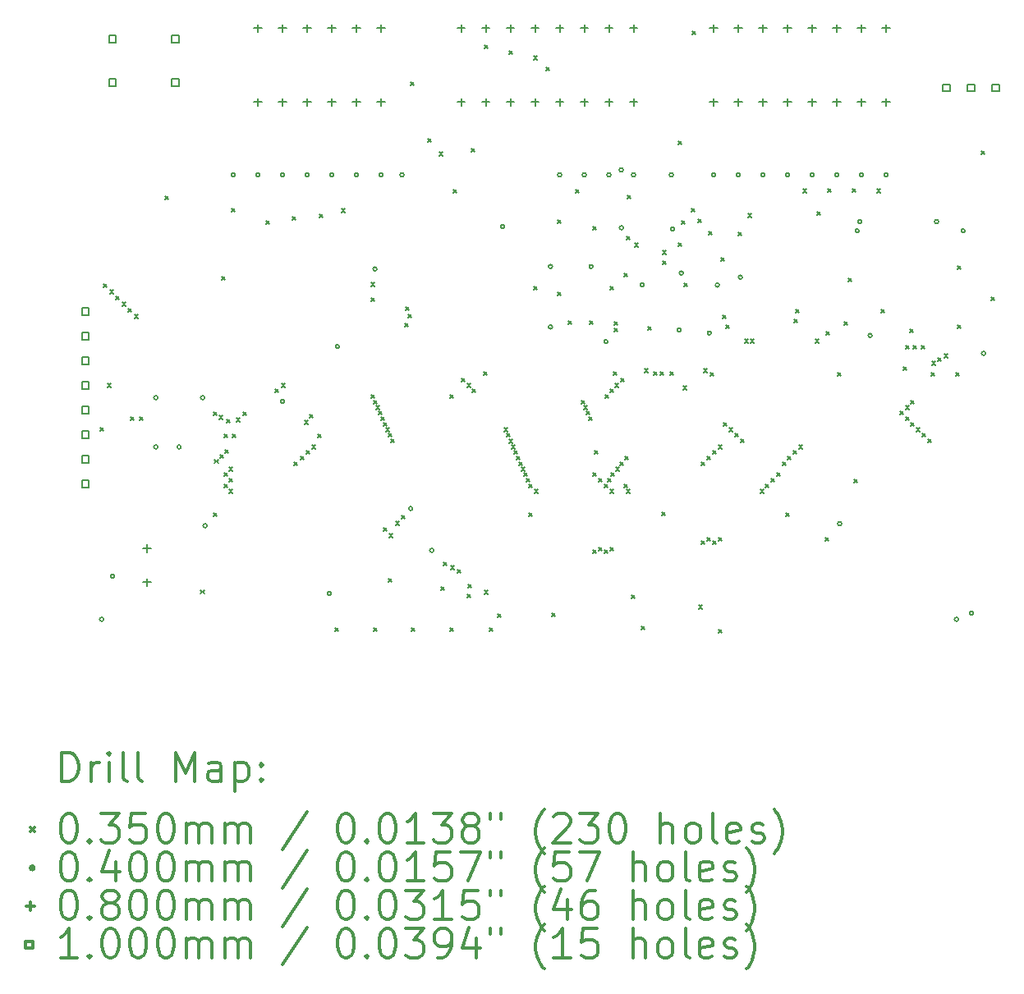
<source format=gbr>
%FSLAX45Y45*%
G04 Gerber Fmt 4.5, Leading zero omitted, Abs format (unit mm)*
G04 Created by KiCad (PCBNEW (5.1.10)-1) date 2022-08-09 12:22:43*
%MOMM*%
%LPD*%
G01*
G04 APERTURE LIST*
%ADD10C,0.200000*%
%ADD11C,0.300000*%
G04 APERTURE END LIST*
D10*
X9615450Y-8942350D02*
X9650450Y-8977350D01*
X9650450Y-8942350D02*
X9615450Y-8977350D01*
X9647200Y-7462800D02*
X9682200Y-7497800D01*
X9682200Y-7462800D02*
X9647200Y-7497800D01*
X9691650Y-8491500D02*
X9726650Y-8526500D01*
X9726650Y-8491500D02*
X9691650Y-8526500D01*
X9710700Y-7526300D02*
X9745700Y-7561300D01*
X9745700Y-7526300D02*
X9710700Y-7561300D01*
X9774200Y-7589800D02*
X9809200Y-7624800D01*
X9809200Y-7589800D02*
X9774200Y-7624800D01*
X9837700Y-7653300D02*
X9872700Y-7688300D01*
X9872700Y-7653300D02*
X9837700Y-7688300D01*
X9901200Y-7716800D02*
X9936200Y-7751800D01*
X9936200Y-7716800D02*
X9901200Y-7751800D01*
X9926600Y-8834400D02*
X9961600Y-8869400D01*
X9961600Y-8834400D02*
X9926600Y-8869400D01*
X9964700Y-7780300D02*
X9999700Y-7815300D01*
X9999700Y-7780300D02*
X9964700Y-7815300D01*
X10015500Y-8834400D02*
X10050500Y-8869400D01*
X10050500Y-8834400D02*
X10015500Y-8869400D01*
X10282200Y-6554750D02*
X10317200Y-6589750D01*
X10317200Y-6554750D02*
X10282200Y-6589750D01*
X10650000Y-10619250D02*
X10685000Y-10654250D01*
X10685000Y-10619250D02*
X10650000Y-10654250D01*
X10777500Y-8783600D02*
X10812500Y-8818600D01*
X10812500Y-8783600D02*
X10777500Y-8818600D01*
X10777500Y-9825000D02*
X10812500Y-9860000D01*
X10812500Y-9825000D02*
X10777500Y-9860000D01*
X10793375Y-9275725D02*
X10828375Y-9310725D01*
X10828375Y-9275725D02*
X10793375Y-9310725D01*
X10841000Y-8821700D02*
X10876000Y-8856700D01*
X10876000Y-8821700D02*
X10841000Y-8856700D01*
X10847350Y-9221750D02*
X10882350Y-9256750D01*
X10882350Y-9221750D02*
X10847350Y-9256750D01*
X10866400Y-7386600D02*
X10901400Y-7421600D01*
X10901400Y-7386600D02*
X10866400Y-7421600D01*
X10891800Y-9012200D02*
X10926800Y-9047200D01*
X10926800Y-9012200D02*
X10891800Y-9047200D01*
X10891800Y-9412250D02*
X10926800Y-9447250D01*
X10926800Y-9412250D02*
X10891800Y-9447250D01*
X10891800Y-9526550D02*
X10926800Y-9561550D01*
X10926800Y-9526550D02*
X10891800Y-9561550D01*
X10898150Y-9170950D02*
X10933150Y-9205950D01*
X10933150Y-9170950D02*
X10898150Y-9205950D01*
X10917200Y-8859800D02*
X10952200Y-8894800D01*
X10952200Y-8859800D02*
X10917200Y-8894800D01*
X10942600Y-9355100D02*
X10977600Y-9390100D01*
X10977600Y-9355100D02*
X10942600Y-9390100D01*
X10942600Y-9469400D02*
X10977600Y-9504400D01*
X10977600Y-9469400D02*
X10942600Y-9504400D01*
X10942600Y-9583700D02*
X10977600Y-9618700D01*
X10977600Y-9583700D02*
X10942600Y-9618700D01*
X10968000Y-6681750D02*
X11003000Y-6716750D01*
X11003000Y-6681750D02*
X10968000Y-6716750D01*
X10974350Y-9012200D02*
X11009350Y-9047200D01*
X11009350Y-9012200D02*
X10974350Y-9047200D01*
X11018800Y-8847100D02*
X11053800Y-8882100D01*
X11053800Y-8847100D02*
X11018800Y-8882100D01*
X11082300Y-8783600D02*
X11117300Y-8818600D01*
X11117300Y-8783600D02*
X11082300Y-8818600D01*
X11323600Y-6808750D02*
X11358600Y-6843750D01*
X11358600Y-6808750D02*
X11323600Y-6843750D01*
X11418850Y-8548650D02*
X11453850Y-8583650D01*
X11453850Y-8548650D02*
X11418850Y-8583650D01*
X11482350Y-8491500D02*
X11517350Y-8526500D01*
X11517350Y-8491500D02*
X11482350Y-8526500D01*
X11590300Y-6770650D02*
X11625300Y-6805650D01*
X11625300Y-6770650D02*
X11590300Y-6805650D01*
X11609350Y-9297950D02*
X11644350Y-9332950D01*
X11644350Y-9297950D02*
X11609350Y-9332950D01*
X11679200Y-9240800D02*
X11714200Y-9275800D01*
X11714200Y-9240800D02*
X11679200Y-9275800D01*
X11717300Y-8872500D02*
X11752300Y-8907500D01*
X11752300Y-8872500D02*
X11717300Y-8907500D01*
X11736350Y-9183650D02*
X11771350Y-9218650D01*
X11771350Y-9183650D02*
X11736350Y-9218650D01*
X11768100Y-8809000D02*
X11803100Y-8844000D01*
X11803100Y-8809000D02*
X11768100Y-8844000D01*
X11793500Y-9126500D02*
X11828500Y-9161500D01*
X11828500Y-9126500D02*
X11793500Y-9161500D01*
X11857000Y-9012200D02*
X11892000Y-9047200D01*
X11892000Y-9012200D02*
X11857000Y-9047200D01*
X11869700Y-6745250D02*
X11904700Y-6780250D01*
X11904700Y-6745250D02*
X11869700Y-6780250D01*
X12034800Y-11012450D02*
X12069800Y-11047450D01*
X12069800Y-11012450D02*
X12034800Y-11047450D01*
X12104650Y-6688100D02*
X12139650Y-6723100D01*
X12139650Y-6688100D02*
X12104650Y-6723100D01*
X12403100Y-7450100D02*
X12438100Y-7485100D01*
X12438100Y-7450100D02*
X12403100Y-7485100D01*
X12403100Y-8605800D02*
X12438100Y-8640800D01*
X12438100Y-8605800D02*
X12403100Y-8640800D01*
X12409450Y-7608850D02*
X12444450Y-7643850D01*
X12444450Y-7608850D02*
X12409450Y-7643850D01*
X12434850Y-8662950D02*
X12469850Y-8697950D01*
X12469850Y-8662950D02*
X12434850Y-8697950D01*
X12434850Y-11012450D02*
X12469850Y-11047450D01*
X12469850Y-11012450D02*
X12434850Y-11047450D01*
X12460250Y-8720100D02*
X12495250Y-8755100D01*
X12495250Y-8720100D02*
X12460250Y-8755100D01*
X12485650Y-8777250D02*
X12520650Y-8812250D01*
X12520650Y-8777250D02*
X12485650Y-8812250D01*
X12511050Y-8834400D02*
X12546050Y-8869400D01*
X12546050Y-8834400D02*
X12511050Y-8869400D01*
X12530100Y-9977400D02*
X12565100Y-10012400D01*
X12565100Y-9977400D02*
X12530100Y-10012400D01*
X12536450Y-8891550D02*
X12571450Y-8926550D01*
X12571450Y-8891550D02*
X12536450Y-8926550D01*
X12561850Y-8948700D02*
X12596850Y-8983700D01*
X12596850Y-8948700D02*
X12561850Y-8983700D01*
X12580900Y-10504450D02*
X12615900Y-10539450D01*
X12615900Y-10504450D02*
X12580900Y-10539450D01*
X12587250Y-9005850D02*
X12622250Y-9040850D01*
X12622250Y-9005850D02*
X12587250Y-9040850D01*
X12593600Y-10040900D02*
X12628600Y-10075900D01*
X12628600Y-10040900D02*
X12593600Y-10075900D01*
X12608205Y-9066175D02*
X12643205Y-9101175D01*
X12643205Y-9066175D02*
X12608205Y-9101175D01*
X12657100Y-9913900D02*
X12692100Y-9948900D01*
X12692100Y-9913900D02*
X12657100Y-9948900D01*
X12720600Y-9850400D02*
X12755600Y-9885400D01*
X12755600Y-9850400D02*
X12720600Y-9885400D01*
X12750500Y-7867350D02*
X12785500Y-7902350D01*
X12785500Y-7867350D02*
X12750500Y-7902350D01*
X12765050Y-7697750D02*
X12800050Y-7732750D01*
X12800050Y-7697750D02*
X12765050Y-7732750D01*
X12784100Y-7773950D02*
X12819100Y-7808950D01*
X12819100Y-7773950D02*
X12784100Y-7808950D01*
X12809500Y-5380000D02*
X12844500Y-5415000D01*
X12844500Y-5380000D02*
X12809500Y-5415000D01*
X12822200Y-11012450D02*
X12857200Y-11047450D01*
X12857200Y-11012450D02*
X12822200Y-11047450D01*
X12993650Y-5964200D02*
X13028650Y-5999200D01*
X13028650Y-5964200D02*
X12993650Y-5999200D01*
X13107950Y-6103900D02*
X13142950Y-6138900D01*
X13142950Y-6103900D02*
X13107950Y-6138900D01*
X13127000Y-10587000D02*
X13162000Y-10622000D01*
X13162000Y-10587000D02*
X13127000Y-10622000D01*
X13152400Y-10333000D02*
X13187400Y-10368000D01*
X13187400Y-10333000D02*
X13152400Y-10368000D01*
X13222250Y-8605800D02*
X13257250Y-8640800D01*
X13257250Y-8605800D02*
X13222250Y-8640800D01*
X13222250Y-11012450D02*
X13257250Y-11047450D01*
X13257250Y-11012450D02*
X13222250Y-11047450D01*
X13228600Y-10371100D02*
X13263600Y-10406100D01*
X13263600Y-10371100D02*
X13228600Y-10406100D01*
X13254000Y-6491250D02*
X13289000Y-6526250D01*
X13289000Y-6491250D02*
X13254000Y-6526250D01*
X13292100Y-10409200D02*
X13327100Y-10444200D01*
X13327100Y-10409200D02*
X13292100Y-10444200D01*
X13336550Y-8434350D02*
X13371550Y-8469350D01*
X13371550Y-8434350D02*
X13336550Y-8469350D01*
X13393700Y-8491500D02*
X13428700Y-8526500D01*
X13428700Y-8491500D02*
X13393700Y-8526500D01*
X13393700Y-10663200D02*
X13428700Y-10698200D01*
X13428700Y-10663200D02*
X13393700Y-10698200D01*
X13406400Y-10561600D02*
X13441400Y-10596600D01*
X13441400Y-10561600D02*
X13406400Y-10596600D01*
X13438150Y-6065800D02*
X13473150Y-6100800D01*
X13473150Y-6065800D02*
X13438150Y-6100800D01*
X13450850Y-8548650D02*
X13485850Y-8583650D01*
X13485850Y-8548650D02*
X13450850Y-8583650D01*
X13565150Y-8370850D02*
X13600150Y-8405850D01*
X13600150Y-8370850D02*
X13565150Y-8405850D01*
X13571500Y-4999000D02*
X13606500Y-5034000D01*
X13606500Y-4999000D02*
X13571500Y-5034000D01*
X13571500Y-10625100D02*
X13606500Y-10660100D01*
X13606500Y-10625100D02*
X13571500Y-10660100D01*
X13622300Y-11012450D02*
X13657300Y-11047450D01*
X13657300Y-11012450D02*
X13622300Y-11047450D01*
X13711200Y-10866400D02*
X13746200Y-10901400D01*
X13746200Y-10866400D02*
X13711200Y-10901400D01*
X13781051Y-8948700D02*
X13816051Y-8983700D01*
X13816051Y-8948700D02*
X13781051Y-8983700D01*
X13806450Y-9005850D02*
X13841450Y-9040850D01*
X13841450Y-9005850D02*
X13806450Y-9040850D01*
X13825500Y-5056150D02*
X13860500Y-5091150D01*
X13860500Y-5056150D02*
X13825500Y-5091150D01*
X13827405Y-9067445D02*
X13862405Y-9102445D01*
X13862405Y-9067445D02*
X13827405Y-9102445D01*
X13850900Y-9126500D02*
X13885900Y-9161500D01*
X13885900Y-9126500D02*
X13850900Y-9161500D01*
X13876300Y-9183650D02*
X13911300Y-9218650D01*
X13911300Y-9183650D02*
X13876300Y-9218650D01*
X13901700Y-9240800D02*
X13936700Y-9275800D01*
X13936700Y-9240800D02*
X13901700Y-9275800D01*
X13927100Y-9297950D02*
X13962100Y-9332950D01*
X13962100Y-9297950D02*
X13927100Y-9332950D01*
X13952500Y-9355100D02*
X13987500Y-9390100D01*
X13987500Y-9355100D02*
X13952500Y-9390100D01*
X13977900Y-9412250D02*
X14012900Y-9447250D01*
X14012900Y-9412250D02*
X13977900Y-9447250D01*
X14003300Y-9469400D02*
X14038300Y-9504400D01*
X14038300Y-9469400D02*
X14003300Y-9504400D01*
X14028700Y-9526550D02*
X14063700Y-9561550D01*
X14063700Y-9526550D02*
X14028700Y-9561550D01*
X14028700Y-9825000D02*
X14063700Y-9860000D01*
X14063700Y-9825000D02*
X14028700Y-9860000D01*
X14079500Y-5113300D02*
X14114500Y-5148300D01*
X14114500Y-5113300D02*
X14079500Y-5148300D01*
X14079500Y-7488200D02*
X14114500Y-7523200D01*
X14114500Y-7488200D02*
X14079500Y-7523200D01*
X14092200Y-9583700D02*
X14127200Y-9618700D01*
X14127200Y-9583700D02*
X14092200Y-9618700D01*
X14206500Y-5227600D02*
X14241500Y-5262600D01*
X14241500Y-5227600D02*
X14206500Y-5262600D01*
X14270000Y-10860050D02*
X14305000Y-10895050D01*
X14305000Y-10860050D02*
X14270000Y-10895050D01*
X14327150Y-6802400D02*
X14362150Y-6837400D01*
X14362150Y-6802400D02*
X14327150Y-6837400D01*
X14327150Y-7545350D02*
X14362150Y-7580350D01*
X14362150Y-7545350D02*
X14327150Y-7580350D01*
X14441450Y-7843800D02*
X14476450Y-7878800D01*
X14476450Y-7843800D02*
X14441450Y-7878800D01*
X14517650Y-6491250D02*
X14552650Y-6526250D01*
X14552650Y-6491250D02*
X14517650Y-6526250D01*
X14574800Y-8662950D02*
X14609800Y-8697950D01*
X14609800Y-8662950D02*
X14574800Y-8697950D01*
X14600200Y-8720100D02*
X14635200Y-8755100D01*
X14635200Y-8720100D02*
X14600200Y-8755100D01*
X14625600Y-8777250D02*
X14660600Y-8812250D01*
X14660600Y-8777250D02*
X14625600Y-8812250D01*
X14651000Y-8834400D02*
X14686000Y-8869400D01*
X14686000Y-8834400D02*
X14651000Y-8869400D01*
X14657350Y-7843800D02*
X14692350Y-7878800D01*
X14692350Y-7843800D02*
X14657350Y-7878800D01*
X14695450Y-6872250D02*
X14730450Y-6907250D01*
X14730450Y-6872250D02*
X14695450Y-6907250D01*
X14695450Y-9412250D02*
X14730450Y-9447250D01*
X14730450Y-9412250D02*
X14695450Y-9447250D01*
X14695450Y-10206000D02*
X14730450Y-10241000D01*
X14730450Y-10206000D02*
X14695450Y-10241000D01*
X14708150Y-9183650D02*
X14743150Y-9218650D01*
X14743150Y-9183650D02*
X14708150Y-9218650D01*
X14752600Y-9469400D02*
X14787600Y-9504400D01*
X14787600Y-9469400D02*
X14752600Y-9504400D01*
X14752600Y-10180600D02*
X14787600Y-10215600D01*
X14787600Y-10180600D02*
X14752600Y-10215600D01*
X14809750Y-9526550D02*
X14844750Y-9561550D01*
X14844750Y-9526550D02*
X14809750Y-9561550D01*
X14809750Y-10206000D02*
X14844750Y-10241000D01*
X14844750Y-10206000D02*
X14809750Y-10241000D01*
X14816100Y-8605800D02*
X14851100Y-8640800D01*
X14851100Y-8605800D02*
X14816100Y-8640800D01*
X14841500Y-9469400D02*
X14876500Y-9504400D01*
X14876500Y-9469400D02*
X14841500Y-9504400D01*
X14866900Y-8548650D02*
X14901900Y-8583650D01*
X14901900Y-8548650D02*
X14866900Y-8583650D01*
X14866900Y-9583700D02*
X14901900Y-9618700D01*
X14901900Y-9583700D02*
X14866900Y-9618700D01*
X14866900Y-10180600D02*
X14901900Y-10215600D01*
X14901900Y-10180600D02*
X14866900Y-10215600D01*
X14873250Y-7488200D02*
X14908250Y-7523200D01*
X14908250Y-7488200D02*
X14873250Y-7523200D01*
X14879600Y-9412250D02*
X14914600Y-9447250D01*
X14914600Y-9412250D02*
X14879600Y-9447250D01*
X14905000Y-8370850D02*
X14940000Y-8405850D01*
X14940000Y-8370850D02*
X14905000Y-8405850D01*
X14914700Y-7916650D02*
X14949700Y-7951650D01*
X14949700Y-7916650D02*
X14914700Y-7951650D01*
X14916200Y-7851650D02*
X14951200Y-7886650D01*
X14951200Y-7851650D02*
X14916200Y-7886650D01*
X14924050Y-8491500D02*
X14959050Y-8526500D01*
X14959050Y-8491500D02*
X14924050Y-8526500D01*
X14930400Y-9355100D02*
X14965400Y-9390100D01*
X14965400Y-9355100D02*
X14930400Y-9390100D01*
X14974850Y-9297950D02*
X15009850Y-9332950D01*
X15009850Y-9297950D02*
X14974850Y-9332950D01*
X14981200Y-8434350D02*
X15016200Y-8469350D01*
X15016200Y-8434350D02*
X14981200Y-8469350D01*
X15012950Y-7354850D02*
X15047950Y-7389850D01*
X15047950Y-7354850D02*
X15012950Y-7389850D01*
X15012950Y-9526550D02*
X15047950Y-9561550D01*
X15047950Y-9526550D02*
X15012950Y-9561550D01*
X15019300Y-9240800D02*
X15054300Y-9275800D01*
X15054300Y-9240800D02*
X15019300Y-9275800D01*
X15038350Y-9583700D02*
X15073350Y-9618700D01*
X15073350Y-9583700D02*
X15038350Y-9618700D01*
X15041525Y-6970675D02*
X15076525Y-7005675D01*
X15076525Y-6970675D02*
X15041525Y-7005675D01*
X15044700Y-6548400D02*
X15079700Y-6583400D01*
X15079700Y-6548400D02*
X15044700Y-6583400D01*
X15089150Y-10669550D02*
X15124150Y-10704550D01*
X15124150Y-10669550D02*
X15089150Y-10704550D01*
X15127250Y-7043700D02*
X15162250Y-7078700D01*
X15162250Y-7043700D02*
X15127250Y-7078700D01*
X15190750Y-10993400D02*
X15225750Y-11028400D01*
X15225750Y-10993400D02*
X15190750Y-11028400D01*
X15222500Y-8339100D02*
X15257500Y-8374100D01*
X15257500Y-8339100D02*
X15222500Y-8374100D01*
X15260600Y-7900950D02*
X15295600Y-7935950D01*
X15295600Y-7900950D02*
X15260600Y-7935950D01*
X15318950Y-8372050D02*
X15353950Y-8407050D01*
X15353950Y-8372050D02*
X15318950Y-8407050D01*
X15387600Y-8370850D02*
X15422600Y-8405850D01*
X15422600Y-8370850D02*
X15387600Y-8405850D01*
X15400300Y-9818650D02*
X15435300Y-9853650D01*
X15435300Y-9818650D02*
X15400300Y-9853650D01*
X15413000Y-7119900D02*
X15448000Y-7154900D01*
X15448000Y-7119900D02*
X15413000Y-7154900D01*
X15413000Y-7227850D02*
X15448000Y-7262850D01*
X15448000Y-7227850D02*
X15413000Y-7262850D01*
X15489200Y-8370850D02*
X15524200Y-8405850D01*
X15524200Y-8370850D02*
X15489200Y-8405850D01*
X15571750Y-5989600D02*
X15606750Y-6024600D01*
X15606750Y-5989600D02*
X15571750Y-6024600D01*
X15571750Y-7037350D02*
X15606750Y-7072350D01*
X15606750Y-7037350D02*
X15571750Y-7072350D01*
X15603500Y-6808750D02*
X15638500Y-6843750D01*
X15638500Y-6808750D02*
X15603500Y-6843750D01*
X15622550Y-8516900D02*
X15657550Y-8551900D01*
X15657550Y-8516900D02*
X15622550Y-8551900D01*
X15628900Y-7456450D02*
X15663900Y-7491450D01*
X15663900Y-7456450D02*
X15628900Y-7491450D01*
X15705100Y-6681750D02*
X15740100Y-6716750D01*
X15740100Y-6681750D02*
X15705100Y-6716750D01*
X15717800Y-4852950D02*
X15752800Y-4887950D01*
X15752800Y-4852950D02*
X15717800Y-4887950D01*
X15774950Y-6796050D02*
X15809950Y-6831050D01*
X15809950Y-6796050D02*
X15774950Y-6831050D01*
X15781300Y-10777500D02*
X15816300Y-10812500D01*
X15816300Y-10777500D02*
X15781300Y-10812500D01*
X15813050Y-9297950D02*
X15848050Y-9332950D01*
X15848050Y-9297950D02*
X15813050Y-9332950D01*
X15813050Y-10110750D02*
X15848050Y-10145750D01*
X15848050Y-10110750D02*
X15813050Y-10145750D01*
X15838450Y-8339100D02*
X15873450Y-8374100D01*
X15873450Y-8339100D02*
X15838450Y-8374100D01*
X15870200Y-9240800D02*
X15905200Y-9275800D01*
X15905200Y-9240800D02*
X15870200Y-9275800D01*
X15870200Y-10079000D02*
X15905200Y-10114000D01*
X15905200Y-10079000D02*
X15870200Y-10114000D01*
X15882900Y-6923050D02*
X15917900Y-6958050D01*
X15917900Y-6923050D02*
X15882900Y-6958050D01*
X15901950Y-8377200D02*
X15936950Y-8412200D01*
X15936950Y-8377200D02*
X15901950Y-8412200D01*
X15927350Y-9183650D02*
X15962350Y-9218650D01*
X15962350Y-9183650D02*
X15927350Y-9218650D01*
X15927350Y-10110750D02*
X15962350Y-10145750D01*
X15962350Y-10110750D02*
X15927350Y-10145750D01*
X15984500Y-9126500D02*
X16019500Y-9161500D01*
X16019500Y-9126500D02*
X15984500Y-9161500D01*
X15984500Y-10079000D02*
X16019500Y-10114000D01*
X16019500Y-10079000D02*
X15984500Y-10114000D01*
X15984500Y-11025150D02*
X16019500Y-11060150D01*
X16019500Y-11025150D02*
X15984500Y-11060150D01*
X16014980Y-7189750D02*
X16049980Y-7224750D01*
X16049980Y-7189750D02*
X16014980Y-7224750D01*
X16028950Y-7786650D02*
X16063950Y-7821650D01*
X16063950Y-7786650D02*
X16028950Y-7821650D01*
X16041650Y-8891550D02*
X16076650Y-8926550D01*
X16076650Y-8891550D02*
X16041650Y-8926550D01*
X16064800Y-7884150D02*
X16099800Y-7919150D01*
X16099800Y-7884150D02*
X16064800Y-7919150D01*
X16098800Y-8948700D02*
X16133800Y-8983700D01*
X16133800Y-8948700D02*
X16098800Y-8983700D01*
X16155950Y-9005850D02*
X16190950Y-9040850D01*
X16190950Y-9005850D02*
X16155950Y-9040850D01*
X16187700Y-6929400D02*
X16222700Y-6964400D01*
X16222700Y-6929400D02*
X16187700Y-6964400D01*
X16213100Y-9066175D02*
X16248100Y-9101175D01*
X16248100Y-9066175D02*
X16213100Y-9101175D01*
X16257550Y-8034300D02*
X16292550Y-8069300D01*
X16292550Y-8034300D02*
X16257550Y-8069300D01*
X16295650Y-6738900D02*
X16330650Y-6773900D01*
X16330650Y-6738900D02*
X16295650Y-6773900D01*
X16321050Y-8034300D02*
X16356050Y-8069300D01*
X16356050Y-8034300D02*
X16321050Y-8069300D01*
X16416300Y-9583700D02*
X16451300Y-9618700D01*
X16451300Y-9583700D02*
X16416300Y-9618700D01*
X16473450Y-9526550D02*
X16508450Y-9561550D01*
X16508450Y-9526550D02*
X16473450Y-9561550D01*
X16530600Y-9469400D02*
X16565600Y-9504400D01*
X16565600Y-9469400D02*
X16530600Y-9504400D01*
X16587750Y-9412250D02*
X16622750Y-9447250D01*
X16622750Y-9412250D02*
X16587750Y-9447250D01*
X16644900Y-9297950D02*
X16679900Y-9332950D01*
X16679900Y-9297950D02*
X16644900Y-9332950D01*
X16683000Y-9825000D02*
X16718000Y-9860000D01*
X16718000Y-9825000D02*
X16683000Y-9860000D01*
X16702050Y-9240800D02*
X16737050Y-9275800D01*
X16737050Y-9240800D02*
X16702050Y-9275800D01*
X16759200Y-9183650D02*
X16794200Y-9218650D01*
X16794200Y-9183650D02*
X16759200Y-9218650D01*
X16765550Y-7824750D02*
X16800550Y-7859750D01*
X16800550Y-7824750D02*
X16765550Y-7859750D01*
X16784600Y-7723150D02*
X16819600Y-7758150D01*
X16819600Y-7723150D02*
X16784600Y-7758150D01*
X16816350Y-9126500D02*
X16851350Y-9161500D01*
X16851350Y-9126500D02*
X16816350Y-9161500D01*
X16860350Y-6485350D02*
X16895350Y-6520350D01*
X16895350Y-6485350D02*
X16860350Y-6520350D01*
X16987800Y-8034300D02*
X17022800Y-8069300D01*
X17022800Y-8034300D02*
X16987800Y-8069300D01*
X17000500Y-6719850D02*
X17035500Y-6754850D01*
X17035500Y-6719850D02*
X17000500Y-6754850D01*
X17086500Y-10081900D02*
X17121500Y-10116900D01*
X17121500Y-10081900D02*
X17086500Y-10116900D01*
X17095750Y-7951750D02*
X17130750Y-7986750D01*
X17130750Y-7951750D02*
X17095750Y-7986750D01*
X17111175Y-6482175D02*
X17146175Y-6517175D01*
X17146175Y-6482175D02*
X17111175Y-6517175D01*
X17216400Y-8377200D02*
X17251400Y-8412200D01*
X17251400Y-8377200D02*
X17216400Y-8412200D01*
X17286250Y-7850150D02*
X17321250Y-7885150D01*
X17321250Y-7850150D02*
X17286250Y-7885150D01*
X17324350Y-7405650D02*
X17359350Y-7440650D01*
X17359350Y-7405650D02*
X17324350Y-7440650D01*
X17365175Y-6482175D02*
X17400175Y-6517175D01*
X17400175Y-6482175D02*
X17365175Y-6517175D01*
X17387850Y-9475750D02*
X17422850Y-9510750D01*
X17422850Y-9475750D02*
X17387850Y-9510750D01*
X17622350Y-6485350D02*
X17657350Y-6520350D01*
X17657350Y-6485350D02*
X17622350Y-6520350D01*
X17660900Y-7723150D02*
X17695900Y-7758150D01*
X17695900Y-7723150D02*
X17660900Y-7758150D01*
X17857750Y-8777250D02*
X17892750Y-8812250D01*
X17892750Y-8777250D02*
X17857750Y-8812250D01*
X17895850Y-8320050D02*
X17930850Y-8355050D01*
X17930850Y-8320050D02*
X17895850Y-8355050D01*
X17914900Y-8097800D02*
X17949900Y-8132800D01*
X17949900Y-8097800D02*
X17914900Y-8132800D01*
X17914900Y-8720100D02*
X17949900Y-8755100D01*
X17949900Y-8720100D02*
X17914900Y-8755100D01*
X17914900Y-8834400D02*
X17949900Y-8869400D01*
X17949900Y-8834400D02*
X17914900Y-8869400D01*
X17959350Y-7926350D02*
X17994350Y-7961350D01*
X17994350Y-7926350D02*
X17959350Y-7961350D01*
X17972050Y-8662950D02*
X18007050Y-8697950D01*
X18007050Y-8662950D02*
X17972050Y-8697950D01*
X17972050Y-8891550D02*
X18007050Y-8926550D01*
X18007050Y-8891550D02*
X17972050Y-8926550D01*
X17996300Y-8097800D02*
X18031300Y-8132800D01*
X18031300Y-8097800D02*
X17996300Y-8132800D01*
X18029200Y-8948700D02*
X18064200Y-8983700D01*
X18064200Y-8948700D02*
X18029200Y-8983700D01*
X18077700Y-8097800D02*
X18112700Y-8132800D01*
X18112700Y-8097800D02*
X18077700Y-8132800D01*
X18086350Y-9005850D02*
X18121350Y-9040850D01*
X18121350Y-9005850D02*
X18086350Y-9040850D01*
X18143500Y-9066175D02*
X18178500Y-9101175D01*
X18178500Y-9066175D02*
X18143500Y-9101175D01*
X18181600Y-8377200D02*
X18216600Y-8412200D01*
X18216600Y-8377200D02*
X18181600Y-8412200D01*
X18187950Y-8262900D02*
X18222950Y-8297900D01*
X18222950Y-8262900D02*
X18187950Y-8297900D01*
X18251450Y-8224800D02*
X18286450Y-8259800D01*
X18286450Y-8224800D02*
X18251450Y-8259800D01*
X18314950Y-8186700D02*
X18349950Y-8221700D01*
X18349950Y-8186700D02*
X18314950Y-8221700D01*
X18435600Y-8377200D02*
X18470600Y-8412200D01*
X18470600Y-8377200D02*
X18435600Y-8412200D01*
X18448300Y-7278650D02*
X18483300Y-7313650D01*
X18483300Y-7278650D02*
X18448300Y-7313650D01*
X18448300Y-7888250D02*
X18483300Y-7923250D01*
X18483300Y-7888250D02*
X18448300Y-7923250D01*
X18695950Y-6091200D02*
X18730950Y-6126200D01*
X18730950Y-6091200D02*
X18695950Y-6126200D01*
X18797550Y-7596150D02*
X18832550Y-7631150D01*
X18832550Y-7596150D02*
X18797550Y-7631150D01*
X9646600Y-10922000D02*
G75*
G03*
X9646600Y-10922000I-20000J0D01*
G01*
X9760900Y-10477500D02*
G75*
G03*
X9760900Y-10477500I-20000J0D01*
G01*
X10205400Y-8636000D02*
G75*
G03*
X10205400Y-8636000I-20000J0D01*
G01*
X10205400Y-9144000D02*
G75*
G03*
X10205400Y-9144000I-20000J0D01*
G01*
X10446700Y-9144000D02*
G75*
G03*
X10446700Y-9144000I-20000J0D01*
G01*
X10688000Y-8636000D02*
G75*
G03*
X10688000Y-8636000I-20000J0D01*
G01*
X10713400Y-9956800D02*
G75*
G03*
X10713400Y-9956800I-20000J0D01*
G01*
X11005500Y-6337300D02*
G75*
G03*
X11005500Y-6337300I-20000J0D01*
G01*
X11259500Y-6337300D02*
G75*
G03*
X11259500Y-6337300I-20000J0D01*
G01*
X11513500Y-6337300D02*
G75*
G03*
X11513500Y-6337300I-20000J0D01*
G01*
X11513500Y-8674100D02*
G75*
G03*
X11513500Y-8674100I-20000J0D01*
G01*
X11767500Y-6337300D02*
G75*
G03*
X11767500Y-6337300I-20000J0D01*
G01*
X11996100Y-10655300D02*
G75*
G03*
X11996100Y-10655300I-20000J0D01*
G01*
X12021500Y-6337300D02*
G75*
G03*
X12021500Y-6337300I-20000J0D01*
G01*
X12078650Y-8108950D02*
G75*
G03*
X12078650Y-8108950I-20000J0D01*
G01*
X12275500Y-6337300D02*
G75*
G03*
X12275500Y-6337300I-20000J0D01*
G01*
X12466000Y-7309000D02*
G75*
G03*
X12466000Y-7309000I-20000J0D01*
G01*
X12529500Y-6337300D02*
G75*
G03*
X12529500Y-6337300I-20000J0D01*
G01*
X12745400Y-6337300D02*
G75*
G03*
X12745400Y-6337300I-20000J0D01*
G01*
X12834300Y-9779000D02*
G75*
G03*
X12834300Y-9779000I-20000J0D01*
G01*
X13050200Y-10210800D02*
G75*
G03*
X13050200Y-10210800I-20000J0D01*
G01*
X13780450Y-6870700D02*
G75*
G03*
X13780450Y-6870700I-20000J0D01*
G01*
X14275750Y-7283450D02*
G75*
G03*
X14275750Y-7283450I-20000J0D01*
G01*
X14275750Y-7905750D02*
G75*
G03*
X14275750Y-7905750I-20000J0D01*
G01*
X14371000Y-6337300D02*
G75*
G03*
X14371000Y-6337300I-20000J0D01*
G01*
X14625000Y-6337300D02*
G75*
G03*
X14625000Y-6337300I-20000J0D01*
G01*
X14694850Y-7283450D02*
G75*
G03*
X14694850Y-7283450I-20000J0D01*
G01*
X14847250Y-8058150D02*
G75*
G03*
X14847250Y-8058150I-20000J0D01*
G01*
X14879000Y-6337300D02*
G75*
G03*
X14879000Y-6337300I-20000J0D01*
G01*
X15006000Y-6286500D02*
G75*
G03*
X15006000Y-6286500I-20000J0D01*
G01*
X15006000Y-6883400D02*
G75*
G03*
X15006000Y-6883400I-20000J0D01*
G01*
X15133000Y-6337300D02*
G75*
G03*
X15133000Y-6337300I-20000J0D01*
G01*
X15221900Y-7473950D02*
G75*
G03*
X15221900Y-7473950I-20000J0D01*
G01*
X15521620Y-6337300D02*
G75*
G03*
X15521620Y-6337300I-20000J0D01*
G01*
X15533050Y-6896100D02*
G75*
G03*
X15533050Y-6896100I-20000J0D01*
G01*
X15602900Y-7937500D02*
G75*
G03*
X15602900Y-7937500I-20000J0D01*
G01*
X15625125Y-7350125D02*
G75*
G03*
X15625125Y-7350125I-20000J0D01*
G01*
X15914050Y-7969250D02*
G75*
G03*
X15914050Y-7969250I-20000J0D01*
G01*
X15958500Y-6337300D02*
G75*
G03*
X15958500Y-6337300I-20000J0D01*
G01*
X15996600Y-7473950D02*
G75*
G03*
X15996600Y-7473950I-20000J0D01*
G01*
X16212500Y-6337300D02*
G75*
G03*
X16212500Y-6337300I-20000J0D01*
G01*
X16233350Y-7393200D02*
G75*
G03*
X16233350Y-7393200I-20000J0D01*
G01*
X16466500Y-6337300D02*
G75*
G03*
X16466500Y-6337300I-20000J0D01*
G01*
X16720500Y-6337300D02*
G75*
G03*
X16720500Y-6337300I-20000J0D01*
G01*
X16974500Y-6337300D02*
G75*
G03*
X16974500Y-6337300I-20000J0D01*
G01*
X17228500Y-6337300D02*
G75*
G03*
X17228500Y-6337300I-20000J0D01*
G01*
X17256645Y-9935005D02*
G75*
G03*
X17256645Y-9935005I-20000J0D01*
G01*
X17438050Y-6915150D02*
G75*
G03*
X17438050Y-6915150I-20000J0D01*
G01*
X17463450Y-6819900D02*
G75*
G03*
X17463450Y-6819900I-20000J0D01*
G01*
X17482500Y-6337300D02*
G75*
G03*
X17482500Y-6337300I-20000J0D01*
G01*
X17571400Y-7994650D02*
G75*
G03*
X17571400Y-7994650I-20000J0D01*
G01*
X17736500Y-6337300D02*
G75*
G03*
X17736500Y-6337300I-20000J0D01*
G01*
X18257200Y-6819900D02*
G75*
G03*
X18257200Y-6819900I-20000J0D01*
G01*
X18460400Y-10922000D02*
G75*
G03*
X18460400Y-10922000I-20000J0D01*
G01*
X18530250Y-6915150D02*
G75*
G03*
X18530250Y-6915150I-20000J0D01*
G01*
X18617951Y-10858500D02*
G75*
G03*
X18617951Y-10858500I-20000J0D01*
G01*
X18739800Y-8178800D02*
G75*
G03*
X18739800Y-8178800I-20000J0D01*
G01*
X10096500Y-10151000D02*
X10096500Y-10231000D01*
X10056500Y-10191000D02*
X10136500Y-10191000D01*
X10096500Y-10501000D02*
X10096500Y-10581000D01*
X10056500Y-10541000D02*
X10136500Y-10541000D01*
X11239500Y-4786000D02*
X11239500Y-4866000D01*
X11199500Y-4826000D02*
X11279500Y-4826000D01*
X11239500Y-5548000D02*
X11239500Y-5628000D01*
X11199500Y-5588000D02*
X11279500Y-5588000D01*
X11493500Y-4786000D02*
X11493500Y-4866000D01*
X11453500Y-4826000D02*
X11533500Y-4826000D01*
X11493500Y-5548000D02*
X11493500Y-5628000D01*
X11453500Y-5588000D02*
X11533500Y-5588000D01*
X11747500Y-4786000D02*
X11747500Y-4866000D01*
X11707500Y-4826000D02*
X11787500Y-4826000D01*
X11747500Y-5548000D02*
X11747500Y-5628000D01*
X11707500Y-5588000D02*
X11787500Y-5588000D01*
X12001500Y-4786000D02*
X12001500Y-4866000D01*
X11961500Y-4826000D02*
X12041500Y-4826000D01*
X12001500Y-5548000D02*
X12001500Y-5628000D01*
X11961500Y-5588000D02*
X12041500Y-5588000D01*
X12255500Y-4786000D02*
X12255500Y-4866000D01*
X12215500Y-4826000D02*
X12295500Y-4826000D01*
X12255500Y-5548000D02*
X12255500Y-5628000D01*
X12215500Y-5588000D02*
X12295500Y-5588000D01*
X12509500Y-4786000D02*
X12509500Y-4866000D01*
X12469500Y-4826000D02*
X12549500Y-4826000D01*
X12509500Y-5548000D02*
X12509500Y-5628000D01*
X12469500Y-5588000D02*
X12549500Y-5588000D01*
X13335000Y-4786000D02*
X13335000Y-4866000D01*
X13295000Y-4826000D02*
X13375000Y-4826000D01*
X13335000Y-5548000D02*
X13335000Y-5628000D01*
X13295000Y-5588000D02*
X13375000Y-5588000D01*
X13589000Y-4786000D02*
X13589000Y-4866000D01*
X13549000Y-4826000D02*
X13629000Y-4826000D01*
X13589000Y-5548000D02*
X13589000Y-5628000D01*
X13549000Y-5588000D02*
X13629000Y-5588000D01*
X13843000Y-4786000D02*
X13843000Y-4866000D01*
X13803000Y-4826000D02*
X13883000Y-4826000D01*
X13843000Y-5548000D02*
X13843000Y-5628000D01*
X13803000Y-5588000D02*
X13883000Y-5588000D01*
X14097000Y-4786000D02*
X14097000Y-4866000D01*
X14057000Y-4826000D02*
X14137000Y-4826000D01*
X14097000Y-5548000D02*
X14097000Y-5628000D01*
X14057000Y-5588000D02*
X14137000Y-5588000D01*
X14351000Y-4786000D02*
X14351000Y-4866000D01*
X14311000Y-4826000D02*
X14391000Y-4826000D01*
X14351000Y-5548000D02*
X14351000Y-5628000D01*
X14311000Y-5588000D02*
X14391000Y-5588000D01*
X14605000Y-4786000D02*
X14605000Y-4866000D01*
X14565000Y-4826000D02*
X14645000Y-4826000D01*
X14605000Y-5548000D02*
X14605000Y-5628000D01*
X14565000Y-5588000D02*
X14645000Y-5588000D01*
X14859000Y-4786000D02*
X14859000Y-4866000D01*
X14819000Y-4826000D02*
X14899000Y-4826000D01*
X14859000Y-5548000D02*
X14859000Y-5628000D01*
X14819000Y-5588000D02*
X14899000Y-5588000D01*
X15113000Y-4786000D02*
X15113000Y-4866000D01*
X15073000Y-4826000D02*
X15153000Y-4826000D01*
X15113000Y-5548000D02*
X15113000Y-5628000D01*
X15073000Y-5588000D02*
X15153000Y-5588000D01*
X15938500Y-4786000D02*
X15938500Y-4866000D01*
X15898500Y-4826000D02*
X15978500Y-4826000D01*
X15938500Y-5548000D02*
X15938500Y-5628000D01*
X15898500Y-5588000D02*
X15978500Y-5588000D01*
X16192500Y-4786000D02*
X16192500Y-4866000D01*
X16152500Y-4826000D02*
X16232500Y-4826000D01*
X16192500Y-5548000D02*
X16192500Y-5628000D01*
X16152500Y-5588000D02*
X16232500Y-5588000D01*
X16446500Y-4786000D02*
X16446500Y-4866000D01*
X16406500Y-4826000D02*
X16486500Y-4826000D01*
X16446500Y-5548000D02*
X16446500Y-5628000D01*
X16406500Y-5588000D02*
X16486500Y-5588000D01*
X16700500Y-4786000D02*
X16700500Y-4866000D01*
X16660500Y-4826000D02*
X16740500Y-4826000D01*
X16700500Y-5548000D02*
X16700500Y-5628000D01*
X16660500Y-5588000D02*
X16740500Y-5588000D01*
X16954500Y-4786000D02*
X16954500Y-4866000D01*
X16914500Y-4826000D02*
X16994500Y-4826000D01*
X16954500Y-5548000D02*
X16954500Y-5628000D01*
X16914500Y-5588000D02*
X16994500Y-5588000D01*
X17208500Y-4786000D02*
X17208500Y-4866000D01*
X17168500Y-4826000D02*
X17248500Y-4826000D01*
X17208500Y-5548000D02*
X17208500Y-5628000D01*
X17168500Y-5588000D02*
X17248500Y-5588000D01*
X17462500Y-4786000D02*
X17462500Y-4866000D01*
X17422500Y-4826000D02*
X17502500Y-4826000D01*
X17462500Y-5548000D02*
X17462500Y-5628000D01*
X17422500Y-5588000D02*
X17502500Y-5588000D01*
X17716500Y-4786000D02*
X17716500Y-4866000D01*
X17676500Y-4826000D02*
X17756500Y-4826000D01*
X17716500Y-5548000D02*
X17716500Y-5628000D01*
X17676500Y-5588000D02*
X17756500Y-5588000D01*
X9496856Y-7782356D02*
X9496856Y-7711644D01*
X9426144Y-7711644D01*
X9426144Y-7782356D01*
X9496856Y-7782356D01*
X9496856Y-8036356D02*
X9496856Y-7965644D01*
X9426144Y-7965644D01*
X9426144Y-8036356D01*
X9496856Y-8036356D01*
X9496856Y-8290356D02*
X9496856Y-8219644D01*
X9426144Y-8219644D01*
X9426144Y-8290356D01*
X9496856Y-8290356D01*
X9496856Y-8544356D02*
X9496856Y-8473644D01*
X9426144Y-8473644D01*
X9426144Y-8544356D01*
X9496856Y-8544356D01*
X9496856Y-8798356D02*
X9496856Y-8727644D01*
X9426144Y-8727644D01*
X9426144Y-8798356D01*
X9496856Y-8798356D01*
X9496856Y-9052356D02*
X9496856Y-8981644D01*
X9426144Y-8981644D01*
X9426144Y-9052356D01*
X9496856Y-9052356D01*
X9496856Y-9306356D02*
X9496856Y-9235644D01*
X9426144Y-9235644D01*
X9426144Y-9306356D01*
X9496856Y-9306356D01*
X9496856Y-9560356D02*
X9496856Y-9489644D01*
X9426144Y-9489644D01*
X9426144Y-9560356D01*
X9496856Y-9560356D01*
X9773716Y-4970156D02*
X9773716Y-4899444D01*
X9703004Y-4899444D01*
X9703004Y-4970156D01*
X9773716Y-4970156D01*
X9773716Y-5420156D02*
X9773716Y-5349444D01*
X9703004Y-5349444D01*
X9703004Y-5420156D01*
X9773716Y-5420156D01*
X10423716Y-4970156D02*
X10423716Y-4899444D01*
X10353004Y-4899444D01*
X10353004Y-4970156D01*
X10423716Y-4970156D01*
X10423716Y-5420156D02*
X10423716Y-5349444D01*
X10353004Y-5349444D01*
X10353004Y-5420156D01*
X10423716Y-5420156D01*
X18374156Y-5477306D02*
X18374156Y-5406594D01*
X18303444Y-5406594D01*
X18303444Y-5477306D01*
X18374156Y-5477306D01*
X18628156Y-5477306D02*
X18628156Y-5406594D01*
X18557444Y-5406594D01*
X18557444Y-5477306D01*
X18628156Y-5477306D01*
X18882156Y-5477306D02*
X18882156Y-5406594D01*
X18811444Y-5406594D01*
X18811444Y-5477306D01*
X18882156Y-5477306D01*
D11*
X9218658Y-12595533D02*
X9218658Y-12295533D01*
X9290087Y-12295533D01*
X9332944Y-12309819D01*
X9361516Y-12338390D01*
X9375801Y-12366962D01*
X9390087Y-12424105D01*
X9390087Y-12466962D01*
X9375801Y-12524105D01*
X9361516Y-12552676D01*
X9332944Y-12581248D01*
X9290087Y-12595533D01*
X9218658Y-12595533D01*
X9518658Y-12595533D02*
X9518658Y-12395533D01*
X9518658Y-12452676D02*
X9532944Y-12424105D01*
X9547230Y-12409819D01*
X9575801Y-12395533D01*
X9604373Y-12395533D01*
X9704373Y-12595533D02*
X9704373Y-12395533D01*
X9704373Y-12295533D02*
X9690087Y-12309819D01*
X9704373Y-12324105D01*
X9718658Y-12309819D01*
X9704373Y-12295533D01*
X9704373Y-12324105D01*
X9890087Y-12595533D02*
X9861516Y-12581248D01*
X9847230Y-12552676D01*
X9847230Y-12295533D01*
X10047230Y-12595533D02*
X10018658Y-12581248D01*
X10004373Y-12552676D01*
X10004373Y-12295533D01*
X10390087Y-12595533D02*
X10390087Y-12295533D01*
X10490087Y-12509819D01*
X10590087Y-12295533D01*
X10590087Y-12595533D01*
X10861516Y-12595533D02*
X10861516Y-12438390D01*
X10847230Y-12409819D01*
X10818658Y-12395533D01*
X10761516Y-12395533D01*
X10732944Y-12409819D01*
X10861516Y-12581248D02*
X10832944Y-12595533D01*
X10761516Y-12595533D01*
X10732944Y-12581248D01*
X10718658Y-12552676D01*
X10718658Y-12524105D01*
X10732944Y-12495533D01*
X10761516Y-12481248D01*
X10832944Y-12481248D01*
X10861516Y-12466962D01*
X11004373Y-12395533D02*
X11004373Y-12695533D01*
X11004373Y-12409819D02*
X11032944Y-12395533D01*
X11090087Y-12395533D01*
X11118658Y-12409819D01*
X11132944Y-12424105D01*
X11147230Y-12452676D01*
X11147230Y-12538390D01*
X11132944Y-12566962D01*
X11118658Y-12581248D01*
X11090087Y-12595533D01*
X11032944Y-12595533D01*
X11004373Y-12581248D01*
X11275801Y-12566962D02*
X11290087Y-12581248D01*
X11275801Y-12595533D01*
X11261516Y-12581248D01*
X11275801Y-12566962D01*
X11275801Y-12595533D01*
X11275801Y-12409819D02*
X11290087Y-12424105D01*
X11275801Y-12438390D01*
X11261516Y-12424105D01*
X11275801Y-12409819D01*
X11275801Y-12438390D01*
X8897230Y-13072319D02*
X8932230Y-13107319D01*
X8932230Y-13072319D02*
X8897230Y-13107319D01*
X9275801Y-12925533D02*
X9304373Y-12925533D01*
X9332944Y-12939819D01*
X9347230Y-12954105D01*
X9361516Y-12982676D01*
X9375801Y-13039819D01*
X9375801Y-13111248D01*
X9361516Y-13168390D01*
X9347230Y-13196962D01*
X9332944Y-13211248D01*
X9304373Y-13225533D01*
X9275801Y-13225533D01*
X9247230Y-13211248D01*
X9232944Y-13196962D01*
X9218658Y-13168390D01*
X9204373Y-13111248D01*
X9204373Y-13039819D01*
X9218658Y-12982676D01*
X9232944Y-12954105D01*
X9247230Y-12939819D01*
X9275801Y-12925533D01*
X9504373Y-13196962D02*
X9518658Y-13211248D01*
X9504373Y-13225533D01*
X9490087Y-13211248D01*
X9504373Y-13196962D01*
X9504373Y-13225533D01*
X9618658Y-12925533D02*
X9804373Y-12925533D01*
X9704373Y-13039819D01*
X9747230Y-13039819D01*
X9775801Y-13054105D01*
X9790087Y-13068390D01*
X9804373Y-13096962D01*
X9804373Y-13168390D01*
X9790087Y-13196962D01*
X9775801Y-13211248D01*
X9747230Y-13225533D01*
X9661516Y-13225533D01*
X9632944Y-13211248D01*
X9618658Y-13196962D01*
X10075801Y-12925533D02*
X9932944Y-12925533D01*
X9918658Y-13068390D01*
X9932944Y-13054105D01*
X9961516Y-13039819D01*
X10032944Y-13039819D01*
X10061516Y-13054105D01*
X10075801Y-13068390D01*
X10090087Y-13096962D01*
X10090087Y-13168390D01*
X10075801Y-13196962D01*
X10061516Y-13211248D01*
X10032944Y-13225533D01*
X9961516Y-13225533D01*
X9932944Y-13211248D01*
X9918658Y-13196962D01*
X10275801Y-12925533D02*
X10304373Y-12925533D01*
X10332944Y-12939819D01*
X10347230Y-12954105D01*
X10361516Y-12982676D01*
X10375801Y-13039819D01*
X10375801Y-13111248D01*
X10361516Y-13168390D01*
X10347230Y-13196962D01*
X10332944Y-13211248D01*
X10304373Y-13225533D01*
X10275801Y-13225533D01*
X10247230Y-13211248D01*
X10232944Y-13196962D01*
X10218658Y-13168390D01*
X10204373Y-13111248D01*
X10204373Y-13039819D01*
X10218658Y-12982676D01*
X10232944Y-12954105D01*
X10247230Y-12939819D01*
X10275801Y-12925533D01*
X10504373Y-13225533D02*
X10504373Y-13025533D01*
X10504373Y-13054105D02*
X10518658Y-13039819D01*
X10547230Y-13025533D01*
X10590087Y-13025533D01*
X10618658Y-13039819D01*
X10632944Y-13068390D01*
X10632944Y-13225533D01*
X10632944Y-13068390D02*
X10647230Y-13039819D01*
X10675801Y-13025533D01*
X10718658Y-13025533D01*
X10747230Y-13039819D01*
X10761516Y-13068390D01*
X10761516Y-13225533D01*
X10904373Y-13225533D02*
X10904373Y-13025533D01*
X10904373Y-13054105D02*
X10918658Y-13039819D01*
X10947230Y-13025533D01*
X10990087Y-13025533D01*
X11018658Y-13039819D01*
X11032944Y-13068390D01*
X11032944Y-13225533D01*
X11032944Y-13068390D02*
X11047230Y-13039819D01*
X11075801Y-13025533D01*
X11118658Y-13025533D01*
X11147230Y-13039819D01*
X11161516Y-13068390D01*
X11161516Y-13225533D01*
X11747230Y-12911248D02*
X11490087Y-13296962D01*
X12132944Y-12925533D02*
X12161516Y-12925533D01*
X12190087Y-12939819D01*
X12204373Y-12954105D01*
X12218658Y-12982676D01*
X12232944Y-13039819D01*
X12232944Y-13111248D01*
X12218658Y-13168390D01*
X12204373Y-13196962D01*
X12190087Y-13211248D01*
X12161516Y-13225533D01*
X12132944Y-13225533D01*
X12104373Y-13211248D01*
X12090087Y-13196962D01*
X12075801Y-13168390D01*
X12061516Y-13111248D01*
X12061516Y-13039819D01*
X12075801Y-12982676D01*
X12090087Y-12954105D01*
X12104373Y-12939819D01*
X12132944Y-12925533D01*
X12361516Y-13196962D02*
X12375801Y-13211248D01*
X12361516Y-13225533D01*
X12347230Y-13211248D01*
X12361516Y-13196962D01*
X12361516Y-13225533D01*
X12561516Y-12925533D02*
X12590087Y-12925533D01*
X12618658Y-12939819D01*
X12632944Y-12954105D01*
X12647230Y-12982676D01*
X12661516Y-13039819D01*
X12661516Y-13111248D01*
X12647230Y-13168390D01*
X12632944Y-13196962D01*
X12618658Y-13211248D01*
X12590087Y-13225533D01*
X12561516Y-13225533D01*
X12532944Y-13211248D01*
X12518658Y-13196962D01*
X12504373Y-13168390D01*
X12490087Y-13111248D01*
X12490087Y-13039819D01*
X12504373Y-12982676D01*
X12518658Y-12954105D01*
X12532944Y-12939819D01*
X12561516Y-12925533D01*
X12947230Y-13225533D02*
X12775801Y-13225533D01*
X12861516Y-13225533D02*
X12861516Y-12925533D01*
X12832944Y-12968390D01*
X12804373Y-12996962D01*
X12775801Y-13011248D01*
X13047230Y-12925533D02*
X13232944Y-12925533D01*
X13132944Y-13039819D01*
X13175801Y-13039819D01*
X13204373Y-13054105D01*
X13218658Y-13068390D01*
X13232944Y-13096962D01*
X13232944Y-13168390D01*
X13218658Y-13196962D01*
X13204373Y-13211248D01*
X13175801Y-13225533D01*
X13090087Y-13225533D01*
X13061516Y-13211248D01*
X13047230Y-13196962D01*
X13404373Y-13054105D02*
X13375801Y-13039819D01*
X13361516Y-13025533D01*
X13347230Y-12996962D01*
X13347230Y-12982676D01*
X13361516Y-12954105D01*
X13375801Y-12939819D01*
X13404373Y-12925533D01*
X13461516Y-12925533D01*
X13490087Y-12939819D01*
X13504373Y-12954105D01*
X13518658Y-12982676D01*
X13518658Y-12996962D01*
X13504373Y-13025533D01*
X13490087Y-13039819D01*
X13461516Y-13054105D01*
X13404373Y-13054105D01*
X13375801Y-13068390D01*
X13361516Y-13082676D01*
X13347230Y-13111248D01*
X13347230Y-13168390D01*
X13361516Y-13196962D01*
X13375801Y-13211248D01*
X13404373Y-13225533D01*
X13461516Y-13225533D01*
X13490087Y-13211248D01*
X13504373Y-13196962D01*
X13518658Y-13168390D01*
X13518658Y-13111248D01*
X13504373Y-13082676D01*
X13490087Y-13068390D01*
X13461516Y-13054105D01*
X13632944Y-12925533D02*
X13632944Y-12982676D01*
X13747230Y-12925533D02*
X13747230Y-12982676D01*
X14190087Y-13339819D02*
X14175801Y-13325533D01*
X14147230Y-13282676D01*
X14132944Y-13254105D01*
X14118658Y-13211248D01*
X14104373Y-13139819D01*
X14104373Y-13082676D01*
X14118658Y-13011248D01*
X14132944Y-12968390D01*
X14147230Y-12939819D01*
X14175801Y-12896962D01*
X14190087Y-12882676D01*
X14290087Y-12954105D02*
X14304373Y-12939819D01*
X14332944Y-12925533D01*
X14404373Y-12925533D01*
X14432944Y-12939819D01*
X14447230Y-12954105D01*
X14461516Y-12982676D01*
X14461516Y-13011248D01*
X14447230Y-13054105D01*
X14275801Y-13225533D01*
X14461516Y-13225533D01*
X14561516Y-12925533D02*
X14747230Y-12925533D01*
X14647230Y-13039819D01*
X14690087Y-13039819D01*
X14718658Y-13054105D01*
X14732944Y-13068390D01*
X14747230Y-13096962D01*
X14747230Y-13168390D01*
X14732944Y-13196962D01*
X14718658Y-13211248D01*
X14690087Y-13225533D01*
X14604373Y-13225533D01*
X14575801Y-13211248D01*
X14561516Y-13196962D01*
X14932944Y-12925533D02*
X14961516Y-12925533D01*
X14990087Y-12939819D01*
X15004373Y-12954105D01*
X15018658Y-12982676D01*
X15032944Y-13039819D01*
X15032944Y-13111248D01*
X15018658Y-13168390D01*
X15004373Y-13196962D01*
X14990087Y-13211248D01*
X14961516Y-13225533D01*
X14932944Y-13225533D01*
X14904373Y-13211248D01*
X14890087Y-13196962D01*
X14875801Y-13168390D01*
X14861516Y-13111248D01*
X14861516Y-13039819D01*
X14875801Y-12982676D01*
X14890087Y-12954105D01*
X14904373Y-12939819D01*
X14932944Y-12925533D01*
X15390087Y-13225533D02*
X15390087Y-12925533D01*
X15518658Y-13225533D02*
X15518658Y-13068390D01*
X15504373Y-13039819D01*
X15475801Y-13025533D01*
X15432944Y-13025533D01*
X15404373Y-13039819D01*
X15390087Y-13054105D01*
X15704373Y-13225533D02*
X15675801Y-13211248D01*
X15661516Y-13196962D01*
X15647230Y-13168390D01*
X15647230Y-13082676D01*
X15661516Y-13054105D01*
X15675801Y-13039819D01*
X15704373Y-13025533D01*
X15747230Y-13025533D01*
X15775801Y-13039819D01*
X15790087Y-13054105D01*
X15804373Y-13082676D01*
X15804373Y-13168390D01*
X15790087Y-13196962D01*
X15775801Y-13211248D01*
X15747230Y-13225533D01*
X15704373Y-13225533D01*
X15975801Y-13225533D02*
X15947230Y-13211248D01*
X15932944Y-13182676D01*
X15932944Y-12925533D01*
X16204373Y-13211248D02*
X16175801Y-13225533D01*
X16118658Y-13225533D01*
X16090087Y-13211248D01*
X16075801Y-13182676D01*
X16075801Y-13068390D01*
X16090087Y-13039819D01*
X16118658Y-13025533D01*
X16175801Y-13025533D01*
X16204373Y-13039819D01*
X16218658Y-13068390D01*
X16218658Y-13096962D01*
X16075801Y-13125533D01*
X16332944Y-13211248D02*
X16361516Y-13225533D01*
X16418658Y-13225533D01*
X16447230Y-13211248D01*
X16461516Y-13182676D01*
X16461516Y-13168390D01*
X16447230Y-13139819D01*
X16418658Y-13125533D01*
X16375801Y-13125533D01*
X16347230Y-13111248D01*
X16332944Y-13082676D01*
X16332944Y-13068390D01*
X16347230Y-13039819D01*
X16375801Y-13025533D01*
X16418658Y-13025533D01*
X16447230Y-13039819D01*
X16561516Y-13339819D02*
X16575801Y-13325533D01*
X16604373Y-13282676D01*
X16618658Y-13254105D01*
X16632944Y-13211248D01*
X16647230Y-13139819D01*
X16647230Y-13082676D01*
X16632944Y-13011248D01*
X16618658Y-12968390D01*
X16604373Y-12939819D01*
X16575801Y-12896962D01*
X16561516Y-12882676D01*
X8932230Y-13485819D02*
G75*
G03*
X8932230Y-13485819I-20000J0D01*
G01*
X9275801Y-13321533D02*
X9304373Y-13321533D01*
X9332944Y-13335819D01*
X9347230Y-13350105D01*
X9361516Y-13378676D01*
X9375801Y-13435819D01*
X9375801Y-13507248D01*
X9361516Y-13564390D01*
X9347230Y-13592962D01*
X9332944Y-13607248D01*
X9304373Y-13621533D01*
X9275801Y-13621533D01*
X9247230Y-13607248D01*
X9232944Y-13592962D01*
X9218658Y-13564390D01*
X9204373Y-13507248D01*
X9204373Y-13435819D01*
X9218658Y-13378676D01*
X9232944Y-13350105D01*
X9247230Y-13335819D01*
X9275801Y-13321533D01*
X9504373Y-13592962D02*
X9518658Y-13607248D01*
X9504373Y-13621533D01*
X9490087Y-13607248D01*
X9504373Y-13592962D01*
X9504373Y-13621533D01*
X9775801Y-13421533D02*
X9775801Y-13621533D01*
X9704373Y-13307248D02*
X9632944Y-13521533D01*
X9818658Y-13521533D01*
X9990087Y-13321533D02*
X10018658Y-13321533D01*
X10047230Y-13335819D01*
X10061516Y-13350105D01*
X10075801Y-13378676D01*
X10090087Y-13435819D01*
X10090087Y-13507248D01*
X10075801Y-13564390D01*
X10061516Y-13592962D01*
X10047230Y-13607248D01*
X10018658Y-13621533D01*
X9990087Y-13621533D01*
X9961516Y-13607248D01*
X9947230Y-13592962D01*
X9932944Y-13564390D01*
X9918658Y-13507248D01*
X9918658Y-13435819D01*
X9932944Y-13378676D01*
X9947230Y-13350105D01*
X9961516Y-13335819D01*
X9990087Y-13321533D01*
X10275801Y-13321533D02*
X10304373Y-13321533D01*
X10332944Y-13335819D01*
X10347230Y-13350105D01*
X10361516Y-13378676D01*
X10375801Y-13435819D01*
X10375801Y-13507248D01*
X10361516Y-13564390D01*
X10347230Y-13592962D01*
X10332944Y-13607248D01*
X10304373Y-13621533D01*
X10275801Y-13621533D01*
X10247230Y-13607248D01*
X10232944Y-13592962D01*
X10218658Y-13564390D01*
X10204373Y-13507248D01*
X10204373Y-13435819D01*
X10218658Y-13378676D01*
X10232944Y-13350105D01*
X10247230Y-13335819D01*
X10275801Y-13321533D01*
X10504373Y-13621533D02*
X10504373Y-13421533D01*
X10504373Y-13450105D02*
X10518658Y-13435819D01*
X10547230Y-13421533D01*
X10590087Y-13421533D01*
X10618658Y-13435819D01*
X10632944Y-13464390D01*
X10632944Y-13621533D01*
X10632944Y-13464390D02*
X10647230Y-13435819D01*
X10675801Y-13421533D01*
X10718658Y-13421533D01*
X10747230Y-13435819D01*
X10761516Y-13464390D01*
X10761516Y-13621533D01*
X10904373Y-13621533D02*
X10904373Y-13421533D01*
X10904373Y-13450105D02*
X10918658Y-13435819D01*
X10947230Y-13421533D01*
X10990087Y-13421533D01*
X11018658Y-13435819D01*
X11032944Y-13464390D01*
X11032944Y-13621533D01*
X11032944Y-13464390D02*
X11047230Y-13435819D01*
X11075801Y-13421533D01*
X11118658Y-13421533D01*
X11147230Y-13435819D01*
X11161516Y-13464390D01*
X11161516Y-13621533D01*
X11747230Y-13307248D02*
X11490087Y-13692962D01*
X12132944Y-13321533D02*
X12161516Y-13321533D01*
X12190087Y-13335819D01*
X12204373Y-13350105D01*
X12218658Y-13378676D01*
X12232944Y-13435819D01*
X12232944Y-13507248D01*
X12218658Y-13564390D01*
X12204373Y-13592962D01*
X12190087Y-13607248D01*
X12161516Y-13621533D01*
X12132944Y-13621533D01*
X12104373Y-13607248D01*
X12090087Y-13592962D01*
X12075801Y-13564390D01*
X12061516Y-13507248D01*
X12061516Y-13435819D01*
X12075801Y-13378676D01*
X12090087Y-13350105D01*
X12104373Y-13335819D01*
X12132944Y-13321533D01*
X12361516Y-13592962D02*
X12375801Y-13607248D01*
X12361516Y-13621533D01*
X12347230Y-13607248D01*
X12361516Y-13592962D01*
X12361516Y-13621533D01*
X12561516Y-13321533D02*
X12590087Y-13321533D01*
X12618658Y-13335819D01*
X12632944Y-13350105D01*
X12647230Y-13378676D01*
X12661516Y-13435819D01*
X12661516Y-13507248D01*
X12647230Y-13564390D01*
X12632944Y-13592962D01*
X12618658Y-13607248D01*
X12590087Y-13621533D01*
X12561516Y-13621533D01*
X12532944Y-13607248D01*
X12518658Y-13592962D01*
X12504373Y-13564390D01*
X12490087Y-13507248D01*
X12490087Y-13435819D01*
X12504373Y-13378676D01*
X12518658Y-13350105D01*
X12532944Y-13335819D01*
X12561516Y-13321533D01*
X12947230Y-13621533D02*
X12775801Y-13621533D01*
X12861516Y-13621533D02*
X12861516Y-13321533D01*
X12832944Y-13364390D01*
X12804373Y-13392962D01*
X12775801Y-13407248D01*
X13218658Y-13321533D02*
X13075801Y-13321533D01*
X13061516Y-13464390D01*
X13075801Y-13450105D01*
X13104373Y-13435819D01*
X13175801Y-13435819D01*
X13204373Y-13450105D01*
X13218658Y-13464390D01*
X13232944Y-13492962D01*
X13232944Y-13564390D01*
X13218658Y-13592962D01*
X13204373Y-13607248D01*
X13175801Y-13621533D01*
X13104373Y-13621533D01*
X13075801Y-13607248D01*
X13061516Y-13592962D01*
X13332944Y-13321533D02*
X13532944Y-13321533D01*
X13404373Y-13621533D01*
X13632944Y-13321533D02*
X13632944Y-13378676D01*
X13747230Y-13321533D02*
X13747230Y-13378676D01*
X14190087Y-13735819D02*
X14175801Y-13721533D01*
X14147230Y-13678676D01*
X14132944Y-13650105D01*
X14118658Y-13607248D01*
X14104373Y-13535819D01*
X14104373Y-13478676D01*
X14118658Y-13407248D01*
X14132944Y-13364390D01*
X14147230Y-13335819D01*
X14175801Y-13292962D01*
X14190087Y-13278676D01*
X14447230Y-13321533D02*
X14304373Y-13321533D01*
X14290087Y-13464390D01*
X14304373Y-13450105D01*
X14332944Y-13435819D01*
X14404373Y-13435819D01*
X14432944Y-13450105D01*
X14447230Y-13464390D01*
X14461516Y-13492962D01*
X14461516Y-13564390D01*
X14447230Y-13592962D01*
X14432944Y-13607248D01*
X14404373Y-13621533D01*
X14332944Y-13621533D01*
X14304373Y-13607248D01*
X14290087Y-13592962D01*
X14561516Y-13321533D02*
X14761516Y-13321533D01*
X14632944Y-13621533D01*
X15104373Y-13621533D02*
X15104373Y-13321533D01*
X15232944Y-13621533D02*
X15232944Y-13464390D01*
X15218658Y-13435819D01*
X15190087Y-13421533D01*
X15147230Y-13421533D01*
X15118658Y-13435819D01*
X15104373Y-13450105D01*
X15418658Y-13621533D02*
X15390087Y-13607248D01*
X15375801Y-13592962D01*
X15361516Y-13564390D01*
X15361516Y-13478676D01*
X15375801Y-13450105D01*
X15390087Y-13435819D01*
X15418658Y-13421533D01*
X15461516Y-13421533D01*
X15490087Y-13435819D01*
X15504373Y-13450105D01*
X15518658Y-13478676D01*
X15518658Y-13564390D01*
X15504373Y-13592962D01*
X15490087Y-13607248D01*
X15461516Y-13621533D01*
X15418658Y-13621533D01*
X15690087Y-13621533D02*
X15661516Y-13607248D01*
X15647230Y-13578676D01*
X15647230Y-13321533D01*
X15918658Y-13607248D02*
X15890087Y-13621533D01*
X15832944Y-13621533D01*
X15804373Y-13607248D01*
X15790087Y-13578676D01*
X15790087Y-13464390D01*
X15804373Y-13435819D01*
X15832944Y-13421533D01*
X15890087Y-13421533D01*
X15918658Y-13435819D01*
X15932944Y-13464390D01*
X15932944Y-13492962D01*
X15790087Y-13521533D01*
X16047230Y-13607248D02*
X16075801Y-13621533D01*
X16132944Y-13621533D01*
X16161516Y-13607248D01*
X16175801Y-13578676D01*
X16175801Y-13564390D01*
X16161516Y-13535819D01*
X16132944Y-13521533D01*
X16090087Y-13521533D01*
X16061516Y-13507248D01*
X16047230Y-13478676D01*
X16047230Y-13464390D01*
X16061516Y-13435819D01*
X16090087Y-13421533D01*
X16132944Y-13421533D01*
X16161516Y-13435819D01*
X16275801Y-13735819D02*
X16290087Y-13721533D01*
X16318658Y-13678676D01*
X16332944Y-13650105D01*
X16347230Y-13607248D01*
X16361516Y-13535819D01*
X16361516Y-13478676D01*
X16347230Y-13407248D01*
X16332944Y-13364390D01*
X16318658Y-13335819D01*
X16290087Y-13292962D01*
X16275801Y-13278676D01*
X8892230Y-13841819D02*
X8892230Y-13921819D01*
X8852230Y-13881819D02*
X8932230Y-13881819D01*
X9275801Y-13717533D02*
X9304373Y-13717533D01*
X9332944Y-13731819D01*
X9347230Y-13746105D01*
X9361516Y-13774676D01*
X9375801Y-13831819D01*
X9375801Y-13903248D01*
X9361516Y-13960390D01*
X9347230Y-13988962D01*
X9332944Y-14003248D01*
X9304373Y-14017533D01*
X9275801Y-14017533D01*
X9247230Y-14003248D01*
X9232944Y-13988962D01*
X9218658Y-13960390D01*
X9204373Y-13903248D01*
X9204373Y-13831819D01*
X9218658Y-13774676D01*
X9232944Y-13746105D01*
X9247230Y-13731819D01*
X9275801Y-13717533D01*
X9504373Y-13988962D02*
X9518658Y-14003248D01*
X9504373Y-14017533D01*
X9490087Y-14003248D01*
X9504373Y-13988962D01*
X9504373Y-14017533D01*
X9690087Y-13846105D02*
X9661516Y-13831819D01*
X9647230Y-13817533D01*
X9632944Y-13788962D01*
X9632944Y-13774676D01*
X9647230Y-13746105D01*
X9661516Y-13731819D01*
X9690087Y-13717533D01*
X9747230Y-13717533D01*
X9775801Y-13731819D01*
X9790087Y-13746105D01*
X9804373Y-13774676D01*
X9804373Y-13788962D01*
X9790087Y-13817533D01*
X9775801Y-13831819D01*
X9747230Y-13846105D01*
X9690087Y-13846105D01*
X9661516Y-13860390D01*
X9647230Y-13874676D01*
X9632944Y-13903248D01*
X9632944Y-13960390D01*
X9647230Y-13988962D01*
X9661516Y-14003248D01*
X9690087Y-14017533D01*
X9747230Y-14017533D01*
X9775801Y-14003248D01*
X9790087Y-13988962D01*
X9804373Y-13960390D01*
X9804373Y-13903248D01*
X9790087Y-13874676D01*
X9775801Y-13860390D01*
X9747230Y-13846105D01*
X9990087Y-13717533D02*
X10018658Y-13717533D01*
X10047230Y-13731819D01*
X10061516Y-13746105D01*
X10075801Y-13774676D01*
X10090087Y-13831819D01*
X10090087Y-13903248D01*
X10075801Y-13960390D01*
X10061516Y-13988962D01*
X10047230Y-14003248D01*
X10018658Y-14017533D01*
X9990087Y-14017533D01*
X9961516Y-14003248D01*
X9947230Y-13988962D01*
X9932944Y-13960390D01*
X9918658Y-13903248D01*
X9918658Y-13831819D01*
X9932944Y-13774676D01*
X9947230Y-13746105D01*
X9961516Y-13731819D01*
X9990087Y-13717533D01*
X10275801Y-13717533D02*
X10304373Y-13717533D01*
X10332944Y-13731819D01*
X10347230Y-13746105D01*
X10361516Y-13774676D01*
X10375801Y-13831819D01*
X10375801Y-13903248D01*
X10361516Y-13960390D01*
X10347230Y-13988962D01*
X10332944Y-14003248D01*
X10304373Y-14017533D01*
X10275801Y-14017533D01*
X10247230Y-14003248D01*
X10232944Y-13988962D01*
X10218658Y-13960390D01*
X10204373Y-13903248D01*
X10204373Y-13831819D01*
X10218658Y-13774676D01*
X10232944Y-13746105D01*
X10247230Y-13731819D01*
X10275801Y-13717533D01*
X10504373Y-14017533D02*
X10504373Y-13817533D01*
X10504373Y-13846105D02*
X10518658Y-13831819D01*
X10547230Y-13817533D01*
X10590087Y-13817533D01*
X10618658Y-13831819D01*
X10632944Y-13860390D01*
X10632944Y-14017533D01*
X10632944Y-13860390D02*
X10647230Y-13831819D01*
X10675801Y-13817533D01*
X10718658Y-13817533D01*
X10747230Y-13831819D01*
X10761516Y-13860390D01*
X10761516Y-14017533D01*
X10904373Y-14017533D02*
X10904373Y-13817533D01*
X10904373Y-13846105D02*
X10918658Y-13831819D01*
X10947230Y-13817533D01*
X10990087Y-13817533D01*
X11018658Y-13831819D01*
X11032944Y-13860390D01*
X11032944Y-14017533D01*
X11032944Y-13860390D02*
X11047230Y-13831819D01*
X11075801Y-13817533D01*
X11118658Y-13817533D01*
X11147230Y-13831819D01*
X11161516Y-13860390D01*
X11161516Y-14017533D01*
X11747230Y-13703248D02*
X11490087Y-14088962D01*
X12132944Y-13717533D02*
X12161516Y-13717533D01*
X12190087Y-13731819D01*
X12204373Y-13746105D01*
X12218658Y-13774676D01*
X12232944Y-13831819D01*
X12232944Y-13903248D01*
X12218658Y-13960390D01*
X12204373Y-13988962D01*
X12190087Y-14003248D01*
X12161516Y-14017533D01*
X12132944Y-14017533D01*
X12104373Y-14003248D01*
X12090087Y-13988962D01*
X12075801Y-13960390D01*
X12061516Y-13903248D01*
X12061516Y-13831819D01*
X12075801Y-13774676D01*
X12090087Y-13746105D01*
X12104373Y-13731819D01*
X12132944Y-13717533D01*
X12361516Y-13988962D02*
X12375801Y-14003248D01*
X12361516Y-14017533D01*
X12347230Y-14003248D01*
X12361516Y-13988962D01*
X12361516Y-14017533D01*
X12561516Y-13717533D02*
X12590087Y-13717533D01*
X12618658Y-13731819D01*
X12632944Y-13746105D01*
X12647230Y-13774676D01*
X12661516Y-13831819D01*
X12661516Y-13903248D01*
X12647230Y-13960390D01*
X12632944Y-13988962D01*
X12618658Y-14003248D01*
X12590087Y-14017533D01*
X12561516Y-14017533D01*
X12532944Y-14003248D01*
X12518658Y-13988962D01*
X12504373Y-13960390D01*
X12490087Y-13903248D01*
X12490087Y-13831819D01*
X12504373Y-13774676D01*
X12518658Y-13746105D01*
X12532944Y-13731819D01*
X12561516Y-13717533D01*
X12761516Y-13717533D02*
X12947230Y-13717533D01*
X12847230Y-13831819D01*
X12890087Y-13831819D01*
X12918658Y-13846105D01*
X12932944Y-13860390D01*
X12947230Y-13888962D01*
X12947230Y-13960390D01*
X12932944Y-13988962D01*
X12918658Y-14003248D01*
X12890087Y-14017533D01*
X12804373Y-14017533D01*
X12775801Y-14003248D01*
X12761516Y-13988962D01*
X13232944Y-14017533D02*
X13061516Y-14017533D01*
X13147230Y-14017533D02*
X13147230Y-13717533D01*
X13118658Y-13760390D01*
X13090087Y-13788962D01*
X13061516Y-13803248D01*
X13504373Y-13717533D02*
X13361516Y-13717533D01*
X13347230Y-13860390D01*
X13361516Y-13846105D01*
X13390087Y-13831819D01*
X13461516Y-13831819D01*
X13490087Y-13846105D01*
X13504373Y-13860390D01*
X13518658Y-13888962D01*
X13518658Y-13960390D01*
X13504373Y-13988962D01*
X13490087Y-14003248D01*
X13461516Y-14017533D01*
X13390087Y-14017533D01*
X13361516Y-14003248D01*
X13347230Y-13988962D01*
X13632944Y-13717533D02*
X13632944Y-13774676D01*
X13747230Y-13717533D02*
X13747230Y-13774676D01*
X14190087Y-14131819D02*
X14175801Y-14117533D01*
X14147230Y-14074676D01*
X14132944Y-14046105D01*
X14118658Y-14003248D01*
X14104373Y-13931819D01*
X14104373Y-13874676D01*
X14118658Y-13803248D01*
X14132944Y-13760390D01*
X14147230Y-13731819D01*
X14175801Y-13688962D01*
X14190087Y-13674676D01*
X14432944Y-13817533D02*
X14432944Y-14017533D01*
X14361516Y-13703248D02*
X14290087Y-13917533D01*
X14475801Y-13917533D01*
X14718658Y-13717533D02*
X14661516Y-13717533D01*
X14632944Y-13731819D01*
X14618658Y-13746105D01*
X14590087Y-13788962D01*
X14575801Y-13846105D01*
X14575801Y-13960390D01*
X14590087Y-13988962D01*
X14604373Y-14003248D01*
X14632944Y-14017533D01*
X14690087Y-14017533D01*
X14718658Y-14003248D01*
X14732944Y-13988962D01*
X14747230Y-13960390D01*
X14747230Y-13888962D01*
X14732944Y-13860390D01*
X14718658Y-13846105D01*
X14690087Y-13831819D01*
X14632944Y-13831819D01*
X14604373Y-13846105D01*
X14590087Y-13860390D01*
X14575801Y-13888962D01*
X15104373Y-14017533D02*
X15104373Y-13717533D01*
X15232944Y-14017533D02*
X15232944Y-13860390D01*
X15218658Y-13831819D01*
X15190087Y-13817533D01*
X15147230Y-13817533D01*
X15118658Y-13831819D01*
X15104373Y-13846105D01*
X15418658Y-14017533D02*
X15390087Y-14003248D01*
X15375801Y-13988962D01*
X15361516Y-13960390D01*
X15361516Y-13874676D01*
X15375801Y-13846105D01*
X15390087Y-13831819D01*
X15418658Y-13817533D01*
X15461516Y-13817533D01*
X15490087Y-13831819D01*
X15504373Y-13846105D01*
X15518658Y-13874676D01*
X15518658Y-13960390D01*
X15504373Y-13988962D01*
X15490087Y-14003248D01*
X15461516Y-14017533D01*
X15418658Y-14017533D01*
X15690087Y-14017533D02*
X15661516Y-14003248D01*
X15647230Y-13974676D01*
X15647230Y-13717533D01*
X15918658Y-14003248D02*
X15890087Y-14017533D01*
X15832944Y-14017533D01*
X15804373Y-14003248D01*
X15790087Y-13974676D01*
X15790087Y-13860390D01*
X15804373Y-13831819D01*
X15832944Y-13817533D01*
X15890087Y-13817533D01*
X15918658Y-13831819D01*
X15932944Y-13860390D01*
X15932944Y-13888962D01*
X15790087Y-13917533D01*
X16047230Y-14003248D02*
X16075801Y-14017533D01*
X16132944Y-14017533D01*
X16161516Y-14003248D01*
X16175801Y-13974676D01*
X16175801Y-13960390D01*
X16161516Y-13931819D01*
X16132944Y-13917533D01*
X16090087Y-13917533D01*
X16061516Y-13903248D01*
X16047230Y-13874676D01*
X16047230Y-13860390D01*
X16061516Y-13831819D01*
X16090087Y-13817533D01*
X16132944Y-13817533D01*
X16161516Y-13831819D01*
X16275801Y-14131819D02*
X16290087Y-14117533D01*
X16318658Y-14074676D01*
X16332944Y-14046105D01*
X16347230Y-14003248D01*
X16361516Y-13931819D01*
X16361516Y-13874676D01*
X16347230Y-13803248D01*
X16332944Y-13760390D01*
X16318658Y-13731819D01*
X16290087Y-13688962D01*
X16275801Y-13674676D01*
X8917586Y-14313175D02*
X8917586Y-14242463D01*
X8846874Y-14242463D01*
X8846874Y-14313175D01*
X8917586Y-14313175D01*
X9375801Y-14413533D02*
X9204373Y-14413533D01*
X9290087Y-14413533D02*
X9290087Y-14113533D01*
X9261516Y-14156390D01*
X9232944Y-14184962D01*
X9204373Y-14199248D01*
X9504373Y-14384962D02*
X9518658Y-14399248D01*
X9504373Y-14413533D01*
X9490087Y-14399248D01*
X9504373Y-14384962D01*
X9504373Y-14413533D01*
X9704373Y-14113533D02*
X9732944Y-14113533D01*
X9761516Y-14127819D01*
X9775801Y-14142105D01*
X9790087Y-14170676D01*
X9804373Y-14227819D01*
X9804373Y-14299248D01*
X9790087Y-14356390D01*
X9775801Y-14384962D01*
X9761516Y-14399248D01*
X9732944Y-14413533D01*
X9704373Y-14413533D01*
X9675801Y-14399248D01*
X9661516Y-14384962D01*
X9647230Y-14356390D01*
X9632944Y-14299248D01*
X9632944Y-14227819D01*
X9647230Y-14170676D01*
X9661516Y-14142105D01*
X9675801Y-14127819D01*
X9704373Y-14113533D01*
X9990087Y-14113533D02*
X10018658Y-14113533D01*
X10047230Y-14127819D01*
X10061516Y-14142105D01*
X10075801Y-14170676D01*
X10090087Y-14227819D01*
X10090087Y-14299248D01*
X10075801Y-14356390D01*
X10061516Y-14384962D01*
X10047230Y-14399248D01*
X10018658Y-14413533D01*
X9990087Y-14413533D01*
X9961516Y-14399248D01*
X9947230Y-14384962D01*
X9932944Y-14356390D01*
X9918658Y-14299248D01*
X9918658Y-14227819D01*
X9932944Y-14170676D01*
X9947230Y-14142105D01*
X9961516Y-14127819D01*
X9990087Y-14113533D01*
X10275801Y-14113533D02*
X10304373Y-14113533D01*
X10332944Y-14127819D01*
X10347230Y-14142105D01*
X10361516Y-14170676D01*
X10375801Y-14227819D01*
X10375801Y-14299248D01*
X10361516Y-14356390D01*
X10347230Y-14384962D01*
X10332944Y-14399248D01*
X10304373Y-14413533D01*
X10275801Y-14413533D01*
X10247230Y-14399248D01*
X10232944Y-14384962D01*
X10218658Y-14356390D01*
X10204373Y-14299248D01*
X10204373Y-14227819D01*
X10218658Y-14170676D01*
X10232944Y-14142105D01*
X10247230Y-14127819D01*
X10275801Y-14113533D01*
X10504373Y-14413533D02*
X10504373Y-14213533D01*
X10504373Y-14242105D02*
X10518658Y-14227819D01*
X10547230Y-14213533D01*
X10590087Y-14213533D01*
X10618658Y-14227819D01*
X10632944Y-14256390D01*
X10632944Y-14413533D01*
X10632944Y-14256390D02*
X10647230Y-14227819D01*
X10675801Y-14213533D01*
X10718658Y-14213533D01*
X10747230Y-14227819D01*
X10761516Y-14256390D01*
X10761516Y-14413533D01*
X10904373Y-14413533D02*
X10904373Y-14213533D01*
X10904373Y-14242105D02*
X10918658Y-14227819D01*
X10947230Y-14213533D01*
X10990087Y-14213533D01*
X11018658Y-14227819D01*
X11032944Y-14256390D01*
X11032944Y-14413533D01*
X11032944Y-14256390D02*
X11047230Y-14227819D01*
X11075801Y-14213533D01*
X11118658Y-14213533D01*
X11147230Y-14227819D01*
X11161516Y-14256390D01*
X11161516Y-14413533D01*
X11747230Y-14099248D02*
X11490087Y-14484962D01*
X12132944Y-14113533D02*
X12161516Y-14113533D01*
X12190087Y-14127819D01*
X12204373Y-14142105D01*
X12218658Y-14170676D01*
X12232944Y-14227819D01*
X12232944Y-14299248D01*
X12218658Y-14356390D01*
X12204373Y-14384962D01*
X12190087Y-14399248D01*
X12161516Y-14413533D01*
X12132944Y-14413533D01*
X12104373Y-14399248D01*
X12090087Y-14384962D01*
X12075801Y-14356390D01*
X12061516Y-14299248D01*
X12061516Y-14227819D01*
X12075801Y-14170676D01*
X12090087Y-14142105D01*
X12104373Y-14127819D01*
X12132944Y-14113533D01*
X12361516Y-14384962D02*
X12375801Y-14399248D01*
X12361516Y-14413533D01*
X12347230Y-14399248D01*
X12361516Y-14384962D01*
X12361516Y-14413533D01*
X12561516Y-14113533D02*
X12590087Y-14113533D01*
X12618658Y-14127819D01*
X12632944Y-14142105D01*
X12647230Y-14170676D01*
X12661516Y-14227819D01*
X12661516Y-14299248D01*
X12647230Y-14356390D01*
X12632944Y-14384962D01*
X12618658Y-14399248D01*
X12590087Y-14413533D01*
X12561516Y-14413533D01*
X12532944Y-14399248D01*
X12518658Y-14384962D01*
X12504373Y-14356390D01*
X12490087Y-14299248D01*
X12490087Y-14227819D01*
X12504373Y-14170676D01*
X12518658Y-14142105D01*
X12532944Y-14127819D01*
X12561516Y-14113533D01*
X12761516Y-14113533D02*
X12947230Y-14113533D01*
X12847230Y-14227819D01*
X12890087Y-14227819D01*
X12918658Y-14242105D01*
X12932944Y-14256390D01*
X12947230Y-14284962D01*
X12947230Y-14356390D01*
X12932944Y-14384962D01*
X12918658Y-14399248D01*
X12890087Y-14413533D01*
X12804373Y-14413533D01*
X12775801Y-14399248D01*
X12761516Y-14384962D01*
X13090087Y-14413533D02*
X13147230Y-14413533D01*
X13175801Y-14399248D01*
X13190087Y-14384962D01*
X13218658Y-14342105D01*
X13232944Y-14284962D01*
X13232944Y-14170676D01*
X13218658Y-14142105D01*
X13204373Y-14127819D01*
X13175801Y-14113533D01*
X13118658Y-14113533D01*
X13090087Y-14127819D01*
X13075801Y-14142105D01*
X13061516Y-14170676D01*
X13061516Y-14242105D01*
X13075801Y-14270676D01*
X13090087Y-14284962D01*
X13118658Y-14299248D01*
X13175801Y-14299248D01*
X13204373Y-14284962D01*
X13218658Y-14270676D01*
X13232944Y-14242105D01*
X13490087Y-14213533D02*
X13490087Y-14413533D01*
X13418658Y-14099248D02*
X13347230Y-14313533D01*
X13532944Y-14313533D01*
X13632944Y-14113533D02*
X13632944Y-14170676D01*
X13747230Y-14113533D02*
X13747230Y-14170676D01*
X14190087Y-14527819D02*
X14175801Y-14513533D01*
X14147230Y-14470676D01*
X14132944Y-14442105D01*
X14118658Y-14399248D01*
X14104373Y-14327819D01*
X14104373Y-14270676D01*
X14118658Y-14199248D01*
X14132944Y-14156390D01*
X14147230Y-14127819D01*
X14175801Y-14084962D01*
X14190087Y-14070676D01*
X14461516Y-14413533D02*
X14290087Y-14413533D01*
X14375801Y-14413533D02*
X14375801Y-14113533D01*
X14347230Y-14156390D01*
X14318658Y-14184962D01*
X14290087Y-14199248D01*
X14732944Y-14113533D02*
X14590087Y-14113533D01*
X14575801Y-14256390D01*
X14590087Y-14242105D01*
X14618658Y-14227819D01*
X14690087Y-14227819D01*
X14718658Y-14242105D01*
X14732944Y-14256390D01*
X14747230Y-14284962D01*
X14747230Y-14356390D01*
X14732944Y-14384962D01*
X14718658Y-14399248D01*
X14690087Y-14413533D01*
X14618658Y-14413533D01*
X14590087Y-14399248D01*
X14575801Y-14384962D01*
X15104373Y-14413533D02*
X15104373Y-14113533D01*
X15232944Y-14413533D02*
X15232944Y-14256390D01*
X15218658Y-14227819D01*
X15190087Y-14213533D01*
X15147230Y-14213533D01*
X15118658Y-14227819D01*
X15104373Y-14242105D01*
X15418658Y-14413533D02*
X15390087Y-14399248D01*
X15375801Y-14384962D01*
X15361516Y-14356390D01*
X15361516Y-14270676D01*
X15375801Y-14242105D01*
X15390087Y-14227819D01*
X15418658Y-14213533D01*
X15461516Y-14213533D01*
X15490087Y-14227819D01*
X15504373Y-14242105D01*
X15518658Y-14270676D01*
X15518658Y-14356390D01*
X15504373Y-14384962D01*
X15490087Y-14399248D01*
X15461516Y-14413533D01*
X15418658Y-14413533D01*
X15690087Y-14413533D02*
X15661516Y-14399248D01*
X15647230Y-14370676D01*
X15647230Y-14113533D01*
X15918658Y-14399248D02*
X15890087Y-14413533D01*
X15832944Y-14413533D01*
X15804373Y-14399248D01*
X15790087Y-14370676D01*
X15790087Y-14256390D01*
X15804373Y-14227819D01*
X15832944Y-14213533D01*
X15890087Y-14213533D01*
X15918658Y-14227819D01*
X15932944Y-14256390D01*
X15932944Y-14284962D01*
X15790087Y-14313533D01*
X16047230Y-14399248D02*
X16075801Y-14413533D01*
X16132944Y-14413533D01*
X16161516Y-14399248D01*
X16175801Y-14370676D01*
X16175801Y-14356390D01*
X16161516Y-14327819D01*
X16132944Y-14313533D01*
X16090087Y-14313533D01*
X16061516Y-14299248D01*
X16047230Y-14270676D01*
X16047230Y-14256390D01*
X16061516Y-14227819D01*
X16090087Y-14213533D01*
X16132944Y-14213533D01*
X16161516Y-14227819D01*
X16275801Y-14527819D02*
X16290087Y-14513533D01*
X16318658Y-14470676D01*
X16332944Y-14442105D01*
X16347230Y-14399248D01*
X16361516Y-14327819D01*
X16361516Y-14270676D01*
X16347230Y-14199248D01*
X16332944Y-14156390D01*
X16318658Y-14127819D01*
X16290087Y-14084962D01*
X16275801Y-14070676D01*
M02*

</source>
